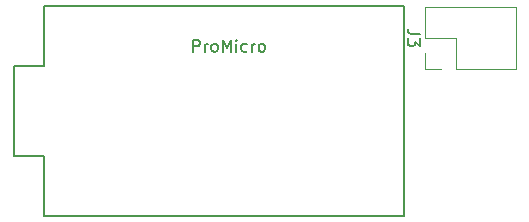
<source format=gbr>
G04 #@! TF.GenerationSoftware,KiCad,Pcbnew,5.1.6+dfsg1-1~bpo10+1*
G04 #@! TF.CreationDate,2020-08-19T09:24:11+03:00*
G04 #@! TF.ProjectId,CompactBeamspringP1,436f6d70-6163-4744-9265-616d73707269,0.0.3*
G04 #@! TF.SameCoordinates,PX66a9bd0PY78114e0*
G04 #@! TF.FileFunction,Legend,Top*
G04 #@! TF.FilePolarity,Positive*
%FSLAX46Y46*%
G04 Gerber Fmt 4.6, Leading zero omitted, Abs format (unit mm)*
G04 Created by KiCad (PCBNEW 5.1.6+dfsg1-1~bpo10+1) date 2020-08-19 09:24:11*
%MOMM*%
%LPD*%
G01*
G04 APERTURE LIST*
%ADD10C,0.120000*%
%ADD11C,0.150000*%
G04 APERTURE END LIST*
D10*
X33368880Y13027100D02*
X33368880Y14357100D01*
X34698880Y13027100D02*
X33368880Y13027100D01*
X33368880Y15627100D02*
X33368880Y18227100D01*
X35968880Y15627100D02*
X33368880Y15627100D01*
X35968880Y13027100D02*
X35968880Y15627100D01*
X33368880Y18227100D02*
X41108880Y18227100D01*
X35968880Y13027100D02*
X41108880Y13027100D01*
X41108880Y13027100D02*
X41108880Y18227100D01*
D11*
X1076900Y563380D02*
X31556900Y563380D01*
X1076900Y563380D02*
X1076900Y5643380D01*
X1076900Y5643380D02*
X-1463100Y5643380D01*
X-1463100Y5643380D02*
X-1463100Y13263380D01*
X-1463100Y13263380D02*
X1076900Y13263380D01*
X1076900Y13263380D02*
X1076900Y18343380D01*
X1076900Y18343380D02*
X31556900Y18343380D01*
X31556900Y18343380D02*
X31556900Y563380D01*
X32916499Y15960434D02*
X32202213Y15960434D01*
X32059356Y16008053D01*
X31964118Y16103291D01*
X31916499Y16246148D01*
X31916499Y16341386D01*
X32916499Y15579481D02*
X32916499Y14960434D01*
X32535546Y15293767D01*
X32535546Y15150910D01*
X32487927Y15055672D01*
X32440308Y15008053D01*
X32345070Y14960434D01*
X32106975Y14960434D01*
X32011737Y15008053D01*
X31964118Y15055672D01*
X31916499Y15150910D01*
X31916499Y15436624D01*
X31964118Y15531862D01*
X32011737Y15579481D01*
X13727430Y14455900D02*
X13727430Y15455900D01*
X14108382Y15455900D01*
X14203620Y15408280D01*
X14251240Y15360661D01*
X14298859Y15265423D01*
X14298859Y15122566D01*
X14251240Y15027328D01*
X14203620Y14979709D01*
X14108382Y14932090D01*
X13727430Y14932090D01*
X14727430Y14455900D02*
X14727430Y15122566D01*
X14727430Y14932090D02*
X14775049Y15027328D01*
X14822668Y15074947D01*
X14917906Y15122566D01*
X15013144Y15122566D01*
X15489335Y14455900D02*
X15394097Y14503519D01*
X15346478Y14551138D01*
X15298859Y14646376D01*
X15298859Y14932090D01*
X15346478Y15027328D01*
X15394097Y15074947D01*
X15489335Y15122566D01*
X15632192Y15122566D01*
X15727430Y15074947D01*
X15775049Y15027328D01*
X15822668Y14932090D01*
X15822668Y14646376D01*
X15775049Y14551138D01*
X15727430Y14503519D01*
X15632192Y14455900D01*
X15489335Y14455900D01*
X16251240Y14455900D02*
X16251240Y15455900D01*
X16584573Y14741614D01*
X16917906Y15455900D01*
X16917906Y14455900D01*
X17394097Y14455900D02*
X17394097Y15122566D01*
X17394097Y15455900D02*
X17346478Y15408280D01*
X17394097Y15360661D01*
X17441716Y15408280D01*
X17394097Y15455900D01*
X17394097Y15360661D01*
X18298859Y14503519D02*
X18203620Y14455900D01*
X18013144Y14455900D01*
X17917906Y14503519D01*
X17870287Y14551138D01*
X17822668Y14646376D01*
X17822668Y14932090D01*
X17870287Y15027328D01*
X17917906Y15074947D01*
X18013144Y15122566D01*
X18203620Y15122566D01*
X18298859Y15074947D01*
X18727430Y14455900D02*
X18727430Y15122566D01*
X18727430Y14932090D02*
X18775049Y15027328D01*
X18822668Y15074947D01*
X18917906Y15122566D01*
X19013144Y15122566D01*
X19489335Y14455900D02*
X19394097Y14503519D01*
X19346478Y14551138D01*
X19298859Y14646376D01*
X19298859Y14932090D01*
X19346478Y15027328D01*
X19394097Y15074947D01*
X19489335Y15122566D01*
X19632192Y15122566D01*
X19727430Y15074947D01*
X19775049Y15027328D01*
X19822668Y14932090D01*
X19822668Y14646376D01*
X19775049Y14551138D01*
X19727430Y14503519D01*
X19632192Y14455900D01*
X19489335Y14455900D01*
M02*

</source>
